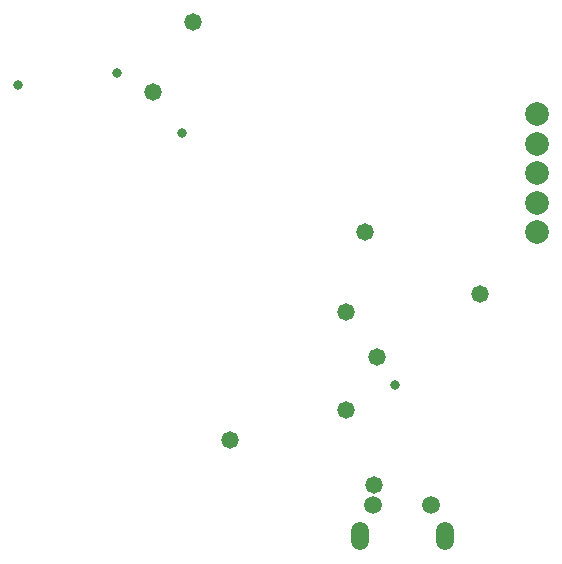
<source format=gbs>
G04*
G04 #@! TF.GenerationSoftware,Altium Limited,Altium Designer,22.0.2 (36)*
G04*
G04 Layer_Color=16711935*
%FSLAX25Y25*%
%MOIN*%
G70*
G04*
G04 #@! TF.SameCoordinates,EEB94BB5-1E52-49F6-8271-472C1FCD53E5*
G04*
G04*
G04 #@! TF.FilePolarity,Negative*
G04*
G01*
G75*
%ADD37O,0.05918X0.09461*%
%ADD38C,0.05918*%
%ADD39C,0.07887*%
%ADD40C,0.03162*%
%ADD41C,0.05800*%
D37*
X169173Y11511D02*
D03*
X140827D02*
D03*
D38*
X145453Y22023D02*
D03*
X164547D02*
D03*
D39*
X200000Y112815D02*
D03*
Y122658D02*
D03*
Y132500D02*
D03*
Y142343D02*
D03*
Y152185D02*
D03*
D40*
X27000Y162000D02*
D03*
X152500Y62000D02*
D03*
X60000Y166000D02*
D03*
X81500Y145837D02*
D03*
D41*
X72000Y159500D02*
D03*
X97500Y43500D02*
D03*
X145500Y28500D02*
D03*
X142500Y113000D02*
D03*
X181016Y92261D02*
D03*
X136400Y53577D02*
D03*
Y86200D02*
D03*
X146500Y71400D02*
D03*
X85400Y183000D02*
D03*
M02*

</source>
